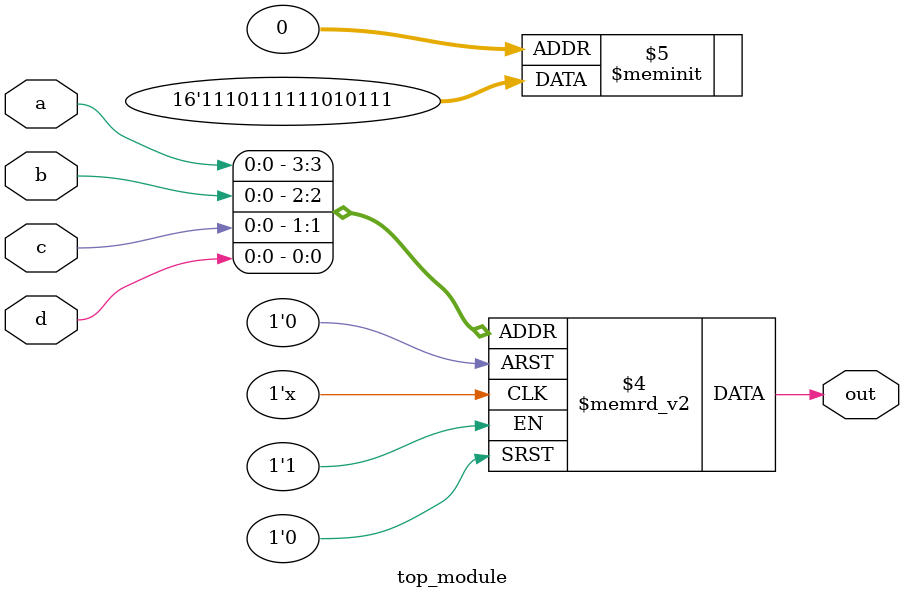
<source format=sv>
module top_module (
    input a, 
    input b,
    input c,
    input d,
    output reg out
);

always @(*) begin
    case ({a, b, c, d})
        4'b0000: out = 1'b1;
        4'b0001: out = 1'b1;
        4'b0010: out = 1'b1;
        4'b0011: out = 1'b0;
        4'b0100: out = 1'b1;
        4'b0101: out = 1'b0;
        4'b0110: out = 1'b1;
        4'b0111: out = 1'b1;
        4'b1000: out = 1'b1;
        4'b1001: out = 1'b1;
        4'b1010: out = 1'b1;
        4'b1011: out = 1'b1;
        4'b1100: out = 1'b0;
        4'b1101: out = 1'b1;
        4'b1110: out = 1'b1;
        4'b1111: out = 1'b1;
    endcase
end

endmodule

</source>
